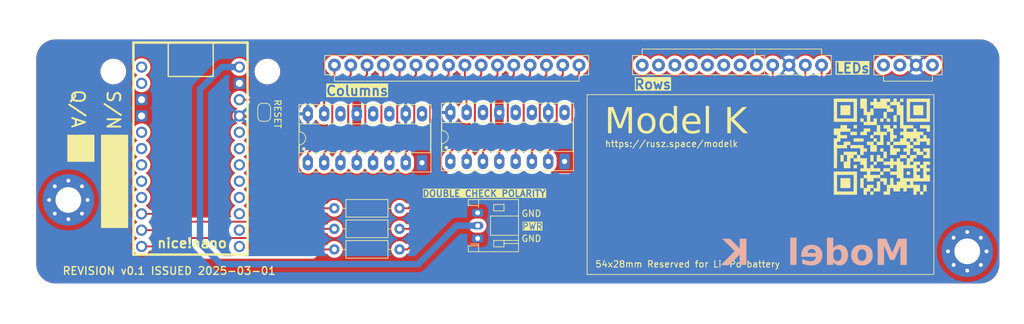
<source format=kicad_pcb>
(kicad_pcb (version 20241229) (generator "pcbnew") (generator_version "9.0")
  (title_block (title "Model H") (date "2025-03-01") (rev "v0.1"))
  (layers (0 "F.Cu" signal) (4 "In1.Cu" power) (6 "In2.Cu" power) (2 "B.Cu" mixed) (13 "F.Paste" user) (15 "B.Paste" user) (5 "F.SilkS" user "F.Silkscreen") (7 "B.SilkS" user "B.Silkscreen") (1 "F.Mask" user) (3 "B.Mask" user) (25 "Edge.Cuts" user))
  (net 0 "")
  (net 1 "GND")
  (net 2 "col15")
  (net 3 "col14")
  (net 4 "col13")
  (net 5 "col12")
  (net 6 "col11")
  (net 7 "col10")
  (net 8 "col9")
  (net 9 "col8")
  (net 10 "col7")
  (net 11 "col6")
  (net 12 "col5")
  (net 13 "col4")
  (net 14 "col3")
  (net 15 "col2")
  (net 16 "col1")
  (net 17 "col0")
  (net 18 "row7")
  (net 19 "row6")
  (net 20 "row5")
  (net 21 "row4")
  (net 22 "row3")
  (net 23 "row2")
  (net 24 "row1")
  (net 25 "row0")
  (net 26 "led0")
  (net 27 "led1")
  (net 28 "led2")
  (net 29 "Net-(J3-Pin_11)")
  (net 30 "Net-(J3-Pin_12)")
  (net 31 "Net-(J3-Pin_9)")
  (net 32 "+3.3V")
  (net 33 "Net-(JP5-A)")
  (net 34 "CS")
  (net 38 "SCLK")
  (net 40 "MOSI")
  (net 41 "Net-(U2-QH')")
  (net 43 "+BATT")
  (footprint "Resistor_THT:R_Axial_DIN0207_L6.3mm_D2.5mm_P10.16mm_Horizontal" (layer "F.Cu") (at 121.35 73.29 180)
    (property "Reference" "R9" (hide yes))
    (property "Value" "100")
    (pad "1" thru_hole circle (at 0 0 180) (size 1.6 1.6) (drill 0.8) (layers "*.Cu" "*.Mask") (net 31 "Net-(J3-Pin_9)"))
    (pad "2" thru_hole oval (at 10.16 0 180) (size 1.6 1.6) (drill 0.8) (layers "*.Cu" "*.Mask") (net 28 "led2"))
  )
  (footprint "Library:ModelH-triomate-leds4" (layer "F.Cu") (at 200.54 50.99)
    (property "Reference" "J4" (hide yes))
    (property "Value" "Conn_01x04")
    (pad "1" thru_hole circle (at -3.81 0) (size 2 2) (drill 1) (layers "*.Cu" "*.Mask") (net 30 "Net-(J3-Pin_12)"))
    (pad "2" thru_hole circle (at -1.27 0) (size 2 2) (drill 1) (layers "*.Cu" "*.Mask") (net 29 "Net-(J3-Pin_11)"))
    (pad "3" thru_hole circle (at 1.27 0) (size 2 2) (drill 1) (layers "*.Cu" "*.Mask") (net 32 "+3.3V"))
    (pad "4" thru_hole circle (at 3.81 0) (size 2 2) (drill 1) (layers "*.Cu" "*.Mask") (net 31 "Net-(J3-Pin_9)"))
  )
  (footprint "Library:ModelH-triomate-rows12" (layer "F.Cu") (at 173.12 49.99)
    (property "Reference" "J3" (hide yes))
    (property "Value" "Conn_01x12")
    (pad "1" thru_hole circle (at -13.97 1) (size 2 2) (drill 1) (layers "*.Cu" "*.Mask") (net 25 "row0"))
    (pad "2" thru_hole circle (at -11.43 1) (size 2 2) (drill 1) (layers "*.Cu" "*.Mask") (net 24 "row1"))
    (pad "3" thru_hole circle (at -8.89 1) (size 2 2) (drill 1) (layers "*.Cu" "*.Mask") (net 23 "row2"))
    (pad "4" thru_hole circle (at -6.35 1) (size 2 2) (drill 1) (layers "*.Cu" "*.Mask") (net 22 "row3"))
    (pad "5" thru_hole circle (at -3.81 1) (size 2 2) (drill 1) (layers "*.Cu" "*.Mask") (net 21 "row4"))
    (pad "6" thru_hole circle (at -1.27 1) (size 2 2) (drill 1) (layers "*.Cu" "*.Mask") (net 20 "row5"))
    (pad "7" thru_hole circle (at 1.27 1) (size 2 2) (drill 1) (layers "*.Cu" "*.Mask") (net 19 "row6"))
    (pad "8" thru_hole circle (at 3.81 1) (size 2 2) (drill 1) (layers "*.Cu" "*.Mask") (net 18 "row7"))
    (pad "9" thru_hole circle (at 6.35 1) (size 2 2) (drill 1) (layers "*.Cu" "*.Mask") (net 31 "Net-(J3-Pin_9)"))
    (pad "10" thru_hole circle (at 8.89 1) (size 2 2) (drill 1) (layers "*.Cu" "*.Mask") (net 32 "+3.3V"))
    (pad "11" thru_hole circle (at 11.43 1) (size 2 2) (drill 1) (layers "*.Cu" "*.Mask") (net 29 "Net-(J3-Pin_11)"))
    (pad "12" thru_hole circle (at 13.97 1) (size 2 2) (drill 1) (layers "*.Cu" "*.Mask") (net 30 "Net-(J3-Pin_12)"))
  )
  (footprint "Library:Hole 3.5mm" (layer "F.Cu") (at 76.77 51.99 90)
    (property "Reference" "H3" (hide yes))
    (property "Value" "Front" (hide yes))
    (pad "" np_thru_hole circle (at 0 0 90) (size 3.5 3.5) (drill 3.5) (layers "*.Cu" "*.Mask"))
  )
  (footprint "Jumper:SolderJumper-2_P1.3mm_Open_RoundedPad1.0x1.5mm" (layer "F.Cu") (at 100.27 58.34 -90)
    (property "Reference" "JP5" (hide yes))
    (property "Value" "Reset jumper")
    (pad "1" smd custom (at -0.65 0 270) (size 1 0.5) (layers "F.Cu" "F.Mask") (net 33 "Net-(JP5-A)") (options (clearance outline) (anchor rect)) (primitives (gr_circle (center 0 0.25) (end 0.5 0.25) (width 0) (fill yes)) (gr_circle (center 0 -0.25) (end 0.5 -0.25) (width 0) (fill yes)) (gr_poly (pts (xy 0.5 0.75) (xy 0 0.75) (xy 0 -0.75) (xy 0.5 -0.75)) (width 0) (fill yes))))
    (pad "2" smd custom (at 0.65 0 270) (size 1 0.5) (layers "F.Cu" "F.Mask") (net 32 "+3.3V") (options (clearance outline) (anchor rect)) (primitives (gr_circle (center 0 0.25) (end 0.5 0.25) (width 0) (fill yes)) (gr_circle (center 0 -0.25) (end 0.5 -0.25) (width 0) (fill yes)) (gr_poly (pts (xy 0 0.75) (xy -0.5 0.75) (xy -0.5 -0.75) (xy 0 -0.75)) (width 0) (fill yes))))
  )
  (footprint "MountingHole:MountingHole_4mm_Pad_Via" (layer "F.Cu") (at 209.77 79.99)
    (property "Reference" "H1" (hide yes))
    (property "Value" "Stand")
    (pad "1" thru_hole circle (at -3 0) (size 0.9 0.9) (drill 0.6) (layers "*.Cu" "*.Mask") (net 1 "GND"))
    (pad "1" thru_hole circle (at -2.12132 -2.12132) (size 0.9 0.9) (drill 0.6) (layers "*.Cu" "*.Mask") (net 1 "GND"))
    (pad "1" thru_hole circle (at -2.12132 2.12132) (size 0.9 0.9) (drill 0.6) (layers "*.Cu" "*.Mask") (net 1 "GND"))
    (pad "1" thru_hole circle (at 0 -3) (size 0.9 0.9) (drill 0.6) (layers "*.Cu" "*.Mask") (net 1 "GND"))
    (pad "1" thru_hole circle (at 0 0) (size 8 8) (drill 4) (layers "*.Cu" "*.Mask") (net 1 "GND"))
    (pad "1" thru_hole circle (at 0 3) (size 0.9 0.9) (drill 0.6) (layers "*.Cu" "*.Mask") (net 1 "GND"))
    (pad "1" thru_hole circle (at 2.12132 -2.12132) (size 0.9 0.9) (drill 0.6) (layers "*.Cu" "*.Mask") (net 1 "GND"))
    (pad "1" thru_hole circle (at 2.12132 2.12132) (size 0.9 0.9) (drill 0.6) (layers "*.Cu" "*.Mask") (net 1 "GND"))
    (pad "1" thru_hole circle (at 3 0) (size 0.9 0.9) (drill 0.6) (layers "*.Cu" "*.Mask") (net 1 "GND"))
  )
  (footprint "Resistor_THT:R_Axial_DIN0207_L6.3mm_D2.5mm_P10.16mm_Horizontal" (layer "F.Cu") (at 121.35 76.49 180)
    (property "Reference" "R8" (hide yes))
    (property "Value" "100")
    (pad "1" thru_hole circle (at 0 0 180) (size 1.6 1.6) (drill 0.8) (layers "*.Cu" "*.Mask") (net 29 "Net-(J3-Pin_11)"))
    (pad "2" thru_hole oval (at 10.16 0 180) (size 1.6 1.6) (drill 0.8) (layers "*.Cu" "*.Mask") (net 27 "led1"))
  )
  (footprint "MountingHole:MountingHole_4mm_Pad_Via" (layer "F.Cu") (at 69.77 71.99)
    (property "Reference" "H2" (hide yes))
    (property "Value" "Stand")
    (pad "1" thru_hole circle (at -3 0) (size 0.9 0.9) (drill 0.6) (layers "*.Cu" "*.Mask") (net 1 "GND"))
    (pad "1" thru_hole circle (at -2.12132 -2.12132) (size 0.9 0.9) (drill 0.6) (layers "*.Cu" "*.Mask") (net 1 "GND"))
    (pad "1" thru_hole circle (at -2.12132 2.12132) (size 0.9 0.9) (drill 0.6) (layers "*.Cu" "*.Mask") (net 1 "GND"))
    (pad "1" thru_hole circle (at 0 -3) (size 0.9 0.9) (drill 0.6) (layers "*.Cu" "*.Mask") (net 1 "GND"))
    (pad "1" thru_hole circle (at 0 0) (size 8 8) (drill 4) (layers "*.Cu" "*.Mask") (net 1 "GND"))
    (pad "1" thru_hole circle (at 0 3) (size 0.9 0.9) (drill 0.6) (layers "*.Cu" "*.Mask") (net 1 "GND"))
    (pad "1" thru_hole circle (at 2.12132 -2.12132) (size 0.9 0.9) (drill 0.6) (layers "*.Cu" "*.Mask") (net 1 "GND"))
    (pad "1" thru_hole circle (at 2.12132 2.12132) (size 0.9 0.9) (drill 0.6) (layers "*.Cu" "*.Mask") (net 1 "GND"))
    (pad "1" thru_hole circle (at 3 0) (size 0.9 0.9) (drill 0.6) (layers "*.Cu" "*.Mask") (net 1 "GND"))
  )
  (footprint "PCM_Package_DIP_AKL:DIP-16_W7.62mm_Socket_LongPads" (layer "F.Cu") (at 107.07 66.19 90)
    (property "Reference" "U2" (hide yes))
    (property "Value" "74HC595" (hide yes))
    (pad "1" thru_hole oval (at 0 0 90) (size 2.4 1.6) (drill 0.8) (layers "*.Cu" "*.Mask") (net 16 "col1"))
    (pad "2" thru_hole oval (at 0 2.54 90) (size 2.4 1.6) (drill 0.8) (layers "*.Cu" "*.Mask") (net 15 "col2"))
    (pad "3" thru_hole oval (at 0 5.08 90) (size 2.4 1.6) (drill 0.8) (layers "*.Cu" "*.Mask") (net 14 "col3"))
    (pad "4" thru_hole oval (at 0 7.62 90) (size 2.4 1.6) (drill 0.8) (layers "*.Cu" "*.Mask") (net 13 "col4"))
    (pad "5" thru_hole oval (at 0 10.16 90) (size 2.4 1.6) (drill 0.8) (layers "*.Cu" "*.Mask") (net 12 "col5"))
    (pad "6" thru_hole oval (at 0 12.7 90) (size 2.4 1.6) (drill 0.8) (layers "*.Cu" "*.Mask") (net 11 "col6"))
    (pad "7" thru_hole oval (at 0 15.24 90) (size 2.4 1.6) (drill 0.8) (layers "*.Cu" "*.Mask") (net 10 "col7"))
    (pad "8" thru_hole roundrect (at 0 17.78 90) (size 2.4 1.6) (drill 0.8) (layers "*.Cu" "*.Mask") (roundrect_rratio 0.15625) (net 1 "GND"))
    (pad "9" thru_hole oval (at 7.62 17.78 90) (size 2.4 1.6) (drill 0.8) (layers "*.Cu" "*.Mask") (net 41 "Net-(U2-QH')"))
    (pad "10" thru_hole oval (at 7.62 15.24 90) (size 2.4 1.6) (drill 0.8) (layers "*.Cu" "*.Mask") (net 32 "+3.3V"))
    (pad "11" thru_hole oval (at 7.62 12.7 90) (size 2.4 1.6) (drill 0.8) (layers "*.Cu" "*.Mask") (net 38 "SCLK"))
    (pad "12" thru_hole oval (at 7.62 10.16 90) (size 2.4 1.6) (drill 0.8) (layers "*.Cu" "*.Mask") (net 34 "CS"))
    (pad "13" thru_hole oval (at 7.62 7.62 90) (size 2.4 1.6) (drill 0.8) (layers "*.Cu" "*.Mask") (net 1 "GND"))
    (pad "14" thru_hole oval (at 7.62 5.08 90) (size 2.4 1.6) (drill 0.8) (layers "*.Cu" "*.Mask") (net 40 "MOSI"))
    (pad "15" thru_hole oval (at 7.62 2.54 90) (size 2.4 1.6) (drill 0.8) (layers "*.Cu" "*.Mask") (net 17 "col0"))
    (pad "16" thru_hole oval (at 7.62 0 90) (size 2.4 1.6) (drill 0.8) (layers "*.Cu" "*.Mask") (net 32 "+3.3V"))
  )
  (footprint "Resistor_THT:R_Axial_DIN0207_L6.3mm_D2.5mm_P10.16mm_Horizontal" (layer "F.Cu") (at 121.35 79.69 180)
    (property "Reference" "R7" (hide yes))
    (property "Value" "100")
    (pad "1" thru_hole circle (at 0 0 180) (size 1.6 1.6) (drill 0.8) (layers "*.Cu" "*.Mask") (net 30 "Net-(J3-Pin_12)"))
    (pad "2" thru_hole oval (at 10.16 0 180) (size 1.6 1.6) (drill 0.8) (layers "*.Cu" "*.Mask") (net 26 "led0"))
  )
  (footprint "Connector_JST:JST_PH_S3B-PH-K_1x03_P2.00mm_Horizontal" (layer "F.Cu") (at 133.52 77.99 90)
    (property "Reference" "J1" (hide yes))
    (property "Value" "Battery Conn")
    (pad "1" thru_hole roundrect (at 0 0 90) (size 1.2 1.75) (drill 0.75) (layers "*.Cu" "*.Mask") (roundrect_rratio 0.208333) (net 1 "GND"))
    (pad "2" thru_hole oval (at 2 0 90) (size 1.2 1.75) (drill 0.75) (layers "*.Cu" "*.Mask") (net 43 "+BATT"))
    (pad "3" thru_hole roundrect (at 4 0 90) (size 1.2 1.75) (drill 0.75) (layers "*.Cu" "*.Mask") (roundrect_rratio 0.2083333333) (net 1 "GND"))
  )
  (footprint "Library:Hole 3.5mm" (layer "F.Cu") (at 100.77 51.99 90)
    (property "Reference" "H4" (hide yes))
    (property "Value" "Front" (hide yes))
    (pad "" np_thru_hole circle (at 0 0 90) (size 3.5 3.5) (drill 3.5) (layers "*.Cu" "*.Mask"))
  )
  (footprint "Library:qr" (layer "F.Cu") (at 196.47 63.69)
    (property "Reference" "G***" (hide yes))
    (property "Value" "LOGO" (hide yes))
  )
  (footprint "Library:nice_nano" (layer "F.Cu") (at 88.827191 64.76)
    (property "Reference" "U1" (hide yes))
    (property "Value" "nice_nano" (hide yes))
    (fp_text user "nice!nano" (at 0.216809 13.962 0) (layer "F.SilkS") (effects (font (size 1.5 1.5) (thickness 0.3))))
    (pad "2" thru_hole circle (at -7.657191 -13.47 270) (size 1.7526 1.7526) (drill 1.0922) (layers "*.Cu" "*.Mask") (net 38 "SCLK"))
    (pad "3" thru_hole circle (at -7.657191 -10.93 270) (size 1.7526 1.7526) (drill 1.0922) (layers "*.Cu" "*.Mask") (net 34 "CS"))
    (pad "4" thru_hole roundrect (at -7.657191 -8.39 270) (size 1.7526 1.7526) (drill 1.0922) (layers "*.Cu" "*.Mask") (roundrect_rratio 0.1426452128) (net 1 "GND"))
    (pad "5" thru_hole roundrect (at -7.657191 -5.85 270) (size 1.7526 1.7526) (drill 1.0922) (layers "*.Cu" "*.Mask") (roundrect_rratio 0.1426452128) (net 1 "GND"))
    (pad "6" thru_hole circle (at -7.657191 -3.31 270) (size 1.7526 1.7526) (drill 1.0922) (layers "*.Cu" "*.Mask") (net 40 "MOSI"))
    (pad "7" thru_hole circle (at -7.657191 -0.77 270) (size 1.7526 1.7526) (drill 1.0922) (layers "*.Cu" "*.Mask"))
    (pad "8" thru_hole circle (at -7.657191 1.77 270) (size 1.7526 1.7526) (drill 1.0922) (layers "*.Cu" "*.Mask"))
    (pad "9" thru_hole circle (at -7.657191 4.31 270) (size 1.7526 1.7526) (drill 1.0922) (layers "*.Cu" "*.Mask"))
    (pad "10" thru_hole circle (at -7.657191 6.85 270) (size 1.7526 1.7526) (drill 1.0922) (layers "*.Cu" "*.Mask"))
    (pad "11" thru_hole circle (at -7.657191 9.39 270) (size 1.7526 1.7526) (drill 1.0922) (layers "*.Cu" "*.Mask") (net 28 "led2"))
    (pad "12" thru_hole circle (at -7.657191 11.93 270) (size 1.7526 1.7526) (drill 1.0922) (layers "*.Cu" "*.Mask") (net 27 "led1"))
    (pad "13" thru_hole circle (at -7.657191 14.47 270) (size 1.7526 1.7526) (drill 1.0922) (layers "*.Cu" "*.Mask") (net 26 "led0"))
    (pad "15" thru_hole circle (at 7.582809 -13.47 270) (size 1.7526 1.7526) (drill 1.0922) (layers "*.Cu" "*.Mask") (net 43 "+BATT"))
    (pad "16" thru_hole roundrect (at 7.582809 -10.93 270) (size 1.7526 1.7526) (drill 1.0922) (layers "*.Cu" "*.Mask") (roundrect_rratio 0.1426452128) (net 1 "GND"))
    (pad "17" thru_hole circle (at 7.582809 -8.39 270) (size 1.7526 1.7526) (drill 1.0922) (layers "*.Cu" "*.Mask") (net 33 "Net-(JP5-A)"))
    (pad "18" thru_hole circle (at 7.582809 -5.85 270) (size 1.7526 1.7526) (drill 1.0922) (layers "*.Cu" "*.Mask") (net 32 "+3.3V") (clearance 0.2))
    (pad "19" thru_hole circle (at 7.582809 -3.31 270) (size 1.7526 1.7526) (drill 1.0922) (layers "*.Cu" "*.Mask") (net 25 "row0"))
    (pad "20" thru_hole circle (at 7.582809 -0.77 270) (size 1.7526 1.7526) (drill 1.0922) (layers "*.Cu" "*.Mask") (net 24 "row1"))
    (pad "21" thru_hole circle (at 7.582809 1.77 270) (size 1.7526 1.7526) (drill 1.0922) (layers "*.Cu" "*.Mask") (net 23 "row2"))
    (pad "22" thru_hole circle (at 7.582809 4.31 270) (size 1.7526 1.7526) (drill 1.0922) (layers "*.Cu" "*.Mask") (net 22 "row3"))
    (pad "23" thru_hole circle (at 7.582809 6.85 270) (size 1.7526 1.7526) (drill 1.0922) (layers "*.Cu" "*.Mask") (net 21 "row4"))
    (pad "24" thru_hole circle (at 7.582809 9.39 270) (size 1.7526 1.7526) (drill 1.0922) (layers "*.Cu" "*.Mask") (net 20 "row5"))
    (pad "25" thru_hole circle (at 7.582809 11.93 270) (size 1.7526 1.7526) (drill 1.0922) (layers "*.Cu" "*.Mask") (net 19 "row6"))
    (pad "26" thru_hole circle (at 7.582809 14.47 270) (size 1.7526 1.7526) (drill 1.0922) (layers "*.Cu" "*.Mask") (net 18 "row7"))
  )
  (footprint "Library:ModelH-triomate-cols16" (layer "F.Cu") (at 130.26 50.99)
    (property "Reference" "J2" (hide yes))
    (property "Value" "Conn_01x16")
    (pad "1" thru_hole circle (at -19.05 0) (size 2 2) (drill 1) (layers "*.Cu" "*.Mask") (net 17 "col0"))
    (pad "2" thru_hole circle (at -16.51 0) (size 2 2) (drill 1) (layers "*.Cu" "*.Mask") (net 16 "col1"))
    (pad "3" thru_hole circle (at -13.97 0) (size 2 2) (drill 1) (layers "*.Cu" "*.Mask") (net 15 "col2"))
    (pad "4" thru_hole circle (at -11.43 0) (size 2 2) (drill 1) (layers "*.Cu" "*.Mask") (net 14 "col3"))
    (pad "5" thru_hole circle (at -8.89 0) (size 2 2) (drill 1) (layers "*.Cu" "*.Mask") (net 13 "col4"))
    (pad "6" thru_hole circle (at -6.35 0) (size 2 2) (drill 1) (layers "*.Cu" "*.Mask") (net 12 "col5"))
    (pad "7" thru_hole circle (at -3.81 0) (size 2 2) (drill 1) (layers "*.Cu" "*.Mask") (net 11 "col6"))
    (pad "8" thru_hole circle (at -1.27 0) (size 2 2) (drill 1) (layers "*.Cu" "*.Mask") (net 10 "col7"))
    (pad "9" thru_hole circle (at 1.27 0) (size 2 2) (drill 1) (layers "*.Cu" "*.Mask") (net 9 "col8"))
    (pad "10" thru_hole circle (at 3.81 0) (size 2 2) (drill 1) (layers "*.Cu" "*.Mask") (net 8 "col9"))
    (pad "11" thru_hole circle (at 6.35 0) (size 2 2) (drill 1) (layers "*.Cu" "*.Mask") (net 7 "col10"))
    (pad "12" thru_hole circle (at 8.89 0) (size 2 2) (drill 1) (layers "*.Cu" "*.Mask") (net 6 "col11"))
    (pad "13" thru_hole circle (at 11.43 0) (size 2 2) (drill 1) (layers "*.Cu" "*.Mask") (net 5 "col12"))
    (pad "14" thru_hole circle (at 13.97 0) (size 2 2) (drill 1) (layers "*.Cu" "*.Mask") (net 4 "col13"))
    (pad "15" thru_hole circle (at 16.51 0) (size 2 2) (drill 1) (layers "*.Cu" "*.Mask") (net 3 "col14"))
    (pad "16" thru_hole circle (at 19.05 0) (size 2 2) (drill 1) (layers "*.Cu" "*.Mask") (net 2 "col15"))
  )
  (footprint "PCM_Package_DIP_AKL:DIP-16_W7.62mm_Socket_LongPads" (layer "F.Cu") (at 129.27 65.99 90)
    (property "Reference" "U3" (hide yes))
    (property "Value" "74HC595" (hide yes))
    (pad "1" thru_hole oval (at 0 0 90) (size 2.4 1.6) (drill 0.8) (layers "*.Cu" "*.Mask") (net 8 "col9"))
    (pad "2" thru_hole oval (at 0 2.54 90) (size 2.4 1.6) (drill 0.8) (layers "*.Cu" "*.Mask") (net 7 "col10"))
    (pad "3" thru_hole oval (at 0 5.08 90) (size 2.4 1.6) (drill 0.8) (layers "*.Cu" "*.Mask") (net 6 "col11"))
    (pad "4" thru_hole oval (at 0 7.62 90) (size 2.4 1.6) (drill 0.8) (layers "*.Cu" "*.Mask") (net 5 "col12"))
    (pad "5" thru_hole oval (at 0 10.16 90) (size 2.4 1.6) (drill 0.8) (layers "*.Cu" "*.Mask") (net 4 "col13"))
    (pad "6" thru_hole oval (at 0 12.7 90) (size 2.4 1.6) (drill 0.8) (layers "*.Cu" "*.Mask") (net 3 "col14"))
    (pad "7" thru_hole oval (at 0 15.24 90) (size 2.4 1.6) (drill 0.8) (layers "*.Cu" "*.Mask") (net 2 "col15"))
    (pad "8" thru_hole roundrect (at 0 17.78 90) (size 2.4 1.6) (drill 0.8) (layers "*.Cu" "*.Mask") (roundrect_rratio 0.15625) (net 1 "GND"))
    (pad "9" thru_hole oval (at 7.62 17.78 90) (size 2.4 1.6) (drill 0.8) (layers "*.Cu" "*.Mask"))
    (pad "10" thru_hole oval (at 7.62 15.24 90) (size 2.4 1.6) (drill 0.8) (layers "*.Cu" "*.Mask") (net 32 "+3.3V"))
    (pad "11" thru_hole oval (at 7.62 12.7 90) (size 2.4 1.6) (drill 0.8) (layers "*.Cu" "*.Mask") (net 38 "SCLK"))
    (pad "12" thru_hole oval (at 7.62 10.16 90) (size 2.4 1.6) (drill 0.8) (layers "*.Cu" "*.Mask") (net 34 "CS"))
    (pad "13" thru_hole oval (at 7.62 7.62 90) (size 2.4 1.6) (drill 0.8) (layers "*.Cu" "*.Mask") (net 1 "GND"))
    (pad "14" thru_hole oval (at 7.62 5.08 90) (size 2.4 1.6) (drill 0.8) (layers "*.Cu" "*.Mask") (net 41 "Net-(U2-QH')"))
    (pad "15" thru_hole oval (at 7.62 2.54 90) (size 2.4 1.6) (drill 0.8) (layers "*.Cu" "*.Mask") (net 9 "col8"))
    (pad "16" thru_hole oval (at 7.62 0 90) (size 2.4 1.6) (drill 0.8) (layers "*.Cu" "*.Mask") (net 32 "+3.3V"))
  )
  (gr_rect (start 74.92 61.89) (end 79.02 76.29) (stroke (width 0.12)) (fill yes) (layer "F.SilkS"))
  (gr_rect (start 69.67 61.89) (end 73.77 65.99) (stroke (width 0.12)) (fill yes) (layer "F.SilkS"))
  (gr_rect (start 150.57 55.59) (end 204.57 83.59) (stroke (width 0.12)) (fill no) (layer "F.SilkS"))
  (gr_line (start 64.77 81.99) (end 64.77 49.99) (stroke (width 0.001)) (layer "Edge.Cuts"))
  (gr_line (start 211.77 84.99) (end 67.77 84.99) (stroke (width 0.001)) (layer "Edge.Cuts"))
  (gr_line (start 67.77 46.99) (end 211.77 46.99) (stroke (width 0.001)) (layer "Edge.Cuts"))
  (gr_arc (start 211.77 46.99) (mid 213.89132 47.86868) (end 214.77 49.99) (stroke (width 0.001)) (layer "Edge.Cuts"))
  (gr_line (start 214.77 49.99) (end 214.77 81.99) (stroke (width 0.001)) (layer "Edge.Cuts"))
  (gr_arc (start 67.77 84.99) (mid 65.64868 84.11132) (end 64.77 81.99) (stroke (width 0.001)) (layer "Edge.Cuts"))
  (gr_arc (start 214.77 81.99) (mid 213.89132 84.11132) (end 211.77 84.99) (stroke (width 0.001)) (layer "Edge.Cuts"))
  (gr_arc (start 64.77 49.99) (mid 65.64868 47.86868) (end 67.77 46.99) (stroke (width 0.001)) (layer "Edge.Cuts"))
  (gr_text "Rows" (at 157.77 53.99 0) (layer "F.SilkS" knockout) (effects (font (size 1.5 1.5) (thickness 0.3)) (justify left)))
  (gr_text "Columns" (at 109.77 54.99 0) (layer "F.SilkS" knockout) (effects (font (size 1.5 1.5) (thickness 0.3)) (justify left)))
  (gr_text "54x28mm Reserved for Li-Po battery" (at 151.77 81.99 0) (layer "F.SilkS") (effects (font (size 1 1)) (justify left)))
  (gr_text "GND" (at 140.27 74.69 0) (layer "F.SilkS") (effects (font (size 1 1)) (justify left bottom)))
  (gr_text "DOUBLE CHECK POLARITY" (at 134.52 70.99 0) (layer "F.SilkS" knockout) (effects (font (size 1 1) (thickness 0.2) (bold yes))))
  (gr_text "S/N" (at 76.77 57.99 270) (layer "F.SilkS") (effects (font (size 2 2) (thickness 0.3))))
  (gr_text "RESET" (at 101.77 56.24 270) (layer "F.SilkS") (effects (font (size 1 1)) (justify left bottom)))
  (gr_text "https://rusz.space/modelk" (at 153.27 63.24 0) (layer "F.SilkS") (effects (font (size 1 1)) (justify left)))
  (gr_text "Model K" (at 153.27 59.93 0) (layer "F.SilkS") (effects (font (size 4 4) (thickness 0.3)) (justify left)))
  (gr_text "Q/A" (at 71.27 57.79 270) (layer "F.SilkS") (effects (font (size 2 2) (thickness 0.3))))
  (gr_text "PWR" (at 140.37 76.69 0) (layer "F.SilkS" knockout) (effects (font (size 1 1)) (justify left bottom)))
  (gr_text "REVISION ${REVISION} ISSUED ${ISSUE_DATE}" (at 68.77 83.74 0) (layer "F.SilkS") (effects (font (size 1.2 1.2) (thickness 0.2) (bold yes)) (justify left bottom)))
  (gr_text "LEDs" (at 189.02 51.49 0) (layer "F.SilkS" knockout) (effects (font (size 1.5 1.5) (thickness 0.3)) (justify left)))
  (gr_text "GND" (at 140.27 78.59 0) (layer "F.SilkS") (effects (font (size 1 1)) (justify left bottom)))
  (gr_text "Model   K" (at 200.87 82.79 0) (layer "B.SilkS") (effects (font (size 4 4) (thickness 0.3) (bold yes)) (justify left bottom mirror)))
  (segment (start 148.27 53.505093) (end 148.27 60.74) (width 0.3) (layer "F.Cu") (net 2))
  (segment (start 148.27 60.74) (end 144.51 64.5) (width 0.3) (layer "F.Cu") (net 2))
  (segment (start 144.51 64.5) (end 144.51 65.99) (width 0.3) (layer "F.Cu") (net 2))
  (segment (start 149.31 50.99) (end 149.31 52.465093) (width 0.3) (layer "F.Cu") (net 2))
  (segment (start 149.31 52.465093) (end 148.27 53.505093) (width 0.3) (layer "F.Cu") (net 2))
  (segment (start 146.77 50.99) (end 146.77 52.51914) (width 0.3) (layer "F.Cu") (net 3))
  (segment (start 141.97 64.29) (end 141.97 65.99) (width 0.3) (layer "F.Cu") (net 3))
  (segment (start 145.835713 53.453427) (end 145.835713 60.424287) (width 0.3) (layer "F.Cu") (net 3))
  (segment (start 145.835713 60.424287) (end 141.97 64.29) (width 0.3) (layer "F.Cu") (net 3))
  (segment (start 146.77 52.51914) (end 145.835713 53.453427) (width 0.3) (layer "F.Cu") (net 3))
  (segment (start 144.23 50.99) (end 144.23 52.503605) (width 0.3) (layer "F.Cu") (net 4))
  (segment (start 139.43 64.33) (end 139.43 65.99) (width 0.3) (layer "F.Cu") (net 4))
  (segment (start 143.190478 60.569522) (end 139.43 64.33) (width 0.3) (layer "F.Cu") (net 4))
  (segment (start 144.23 52.503605) (end 143.190478 53.543127) (width 0.3) (layer "F.Cu") (net 4))
  (segment (start 143.190478 53.543127) (end 143.190478 60.569522) (width 0.3) (layer "F.Cu") (net 4))
  (segment (start 140.69 60.57) (end 136.89 64.37) (width 0.3) (layer "F.Cu") (net 5))
  (segment (start 141.69 50.99) (end 141.69 52.538676) (width 0.3) (layer "F.Cu") (net 5))
  (segment (start 140.69 53.538676) (end 140.69 60.57) (width 0.3) (layer "F.Cu") (net 5))
  (segment (start 136.89 64.37) (end 136.89 65.99) (width 0.3) (layer "F.Cu") (net 5))
  (segment (start 141.69 52.538676) (end 140.69 53.538676) (width 0.3) (layer "F.Cu") (net 5))
  (segment (start 138.211211 60.548789) (end 134.35 64.41) (width 0.3) (layer "F.Cu") (net 6))
  (segment (start 138.211211 53.455605) (end 138.211211 60.548789) (width 0.3) (layer "F.Cu") (net 6))
  (segment (start 139.15 50.99) (end 139.15 52.516816) (width 0.3) (layer "F.Cu") (net 6))
  (segment (start 139.15 52.516816) (end 138.211211 53.455605) (width 0.3) (layer "F.Cu") (net 6))
  (segment (start 134.35 64.41) (end 134.35 65.99) (width 0.3) (layer "F.Cu") (net 6))
  (segment (start 135.584837 53.53277) (end 135.584837 60.675163) (width 0.3) (layer "F.Cu") (net 7))
  (segment (start 131.81 64.45) (end 131.81 65.99) (width 0.3) (layer "F.Cu") (net 7))
  (segment (start 136.61 52.507607) (end 135.584837 53.53277) (width 0.3) (layer "F.Cu") (net 7))
  (segment (start 136.61 50.99) (end 136.61 52.507607) (width 0.3) (layer "F.Cu") (net 7))
  (segment (start 135.584837 60.675163) (end 131.81 64.45) (width 0.3) (layer "F.Cu") (net 7))
  (segment (start 134.07 52.504724) (end 133.085773 53.488951) (width 0.3) (layer "F.Cu") (net 8))
  (segment (start 129.27 64.49) (end 129.27 65.99) (width 0.3) (layer "F.Cu") (net 8))
  (segment (start 133.085773 60.674227) (end 129.27 64.49) (width 0.3) (layer "F.Cu") (net 8))
  (segment (start 133.085773 53.488951) (end 133.085773 60.674227) (width 0.3) (layer "F.Cu") (net 8))
  (segment (start 134.07 50.99) (end 134.07 52.504724) (width 0.3) (layer "F.Cu") (net 8))
  (segment (start 131.52 51) (end 131.52 54.74) (width 0.3) (layer "F.Cu") (net 9))
  (segment (start 131.77 54.99) (end 131.77 58.33) (width 0.3) (layer "F.Cu") (net 9))
  (segment (start 131.53 50.99) (end 131.52 51) (width 0.3) (layer "F.Cu") (net 9))
  (segment (start 131.52 54.74) (end 131.77 54.99) (width 0.3) (layer "F.Cu") (net 9))
  (segment (start 131.77 58.33) (end 131.81 58.37) (width 0.3) (layer "F.Cu") (net 9))
  (segment (start 126.133 55.346897) (end 126.133 60.752) (width 0.3) (layer "F.Cu") (net 10))
  (segment (start 122.31 64.575) (end 122.31 66.19) (width 0.3) (layer "F.Cu") (net 10))
  (segment (start 126.133 60.752) (end 122.31 64.575) (width 0.3) (layer "F.Cu") (net 10))
  (segment (start 128.99 52.489897) (end 126.133 55.346897) (width 0.3) (layer "F.Cu") (net 10))
  (segment (start 128.99 50.99) (end 128.99 52.489897) (width 0.3) (layer "F.Cu") (net 10))
  (segment (start 119.77 64.74) (end 119.77 66.19) (width 0.3) (layer "F.Cu") (net 11))
  (segment (start 126.45 52.507718) (end 123.641112 55.316606) (width 0.3) (layer "F.Cu") (net 11))
  (segment (start 126.45 50.99) (end 126.45 52.507718) (width 0.3) (layer "F.Cu") (net 11))
  (segment (start 123.641112 60.868888) (end 119.77 64.74) (width 0.3) (layer "F.Cu") (net 11))
  (segment (start 123.641112 55.316606) (end 123.641112 60.868888) (width 0.3) (layer "F.Cu") (net 11))
  (segment (start 123.91 52.514557) (end 120.993047 55.43151) (width 0.3) (layer "F.Cu") (net 12))
  (segment (start 120.993047 61.016953) (end 117.23 64.78) (width 0.3) (layer "F.Cu") (net 12))
  (segment (start 120.993047 55.43151) (end 120.993047 61.016953) (width 0.3) (layer "F.Cu") (net 12))
  (segment (start 117.23 64.78) (end 117.23 66.19) (width 0.3) (layer "F.Cu") (net 12))
  (segment (start 123.91 50.99) (end 123.91 52.514557) (width 0.3) (layer "F.Cu") (net 12))
  (segment (start 118.52831 55.48169) (end 118.52831 60.73169) (width 0.3) (layer "F.Cu") (net 13))
  (segment (start 121.37 50.99) (end 121.37 52.64) (width 0.3) (layer "F.Cu") (net 13))
  (segment (start 114.69 64.57) (end 114.69 66.19) (width 0.3) (layer "F.Cu") (net 13))
  (segment (start 118.52831 60.73169) (end 114.69 64.57) (width 0.3) (layer "F.Cu") (net 13))
  (segment (start 121.37 52.64) (end 118.52831 55.48169) (width 0.3) (layer "F.Cu") (net 13))
  (segment (start 118.83 50.99) (end 118.83 52.68) (width 0.3) (layer "F.Cu") (net 14))
  (segment (start 116.022834 60.737166) (end 112.15 64.61) (width 0.3) (layer "F.Cu") (net 14))
  (segment (start 112.15 64.61) (end 112.15 66.19) (width 0.3) (layer "F.Cu") (net 14))
  (segment (start 116.022834 55.487166) (end 116.022834 60.737166) (width 0.3) (layer "F.Cu") (net 14))
  (segment (start 118.83 52.68) (end 116.022834 55.487166) (width 0.3) (layer "F.Cu") (net 14))
  (segment (start 113.361189 60.898811) (end 109.61 64.65) (width 0.3) (layer "F.Cu") (net 15))
  (segment (start 116.29 50.99) (end 116.29 52.47) (width 0.3) (layer "F.Cu") (net 15))
  (segment (start 109.61 64.65) (end 109.61 66.19) (width 0.3) (layer "F.Cu") (net 15))
  (segment (start 113.361189 55.398811) (end 113.361189 60.898811) (width 0.3) (layer "F.Cu") (net 15))
  (segment (start 116.29 52.47) (end 113.361189 55.398811) (width 0.3) (layer "F.Cu") (net 15))
  (segment (start 113.75 50.99) (end 113.75 52.51) (width 0.3) (layer "F.Cu") (net 16))
  (segment (start 110.876083 60.883917) (end 107.07 64.69) (width 0.3) (layer "F.Cu") (net 16))
  (segment (start 107.07 64.69) (end 107.07 66.19) (width 0.3) (layer "F.Cu") (net 16))
  (segment (start 113.75 52.51) (end 110.876083 55.383917) (width 0.3) (layer "F.Cu") (net 16))
  (segment (start 110.876083 55.383917) (end 110.876083 60.883917) (width 0.3) (layer "F.Cu") (net 16))
  (segment (start 111.21 52.55) (end 111.21 50.99) (width 0.3) (layer "F.Cu") (net 17))
  (segment (start 109.61 54.15) (end 111.21 52.55) (width 0.3) (layer "F.Cu") (net 17))
  (segment (start 109.61 58.57) (end 109.61 54.15) (width 0.3) (layer "F.Cu") (net 17))
  (segment (start 107.770001 80.489999) (end 108.57 79.69) (width 0.3) (layer "F.Cu") (net 26))
  (segment (start 83.26 79.23) (end 84.519999 80.489999) (width 0.3) (layer "F.Cu") (net 26))
  (segment (start 81.17 79.23) (end 83.26 79.23) (width 0.3) (layer "F.Cu") (net 26))
  (segment (start 108.57 79.69) (end 111.19 79.69) (width 0.3) (layer "F.Cu") (net 26))
  (segment (start 84.519999 80.489999) (end 107.770001 80.489999) (width 0.3) (layer "F.Cu") (net 26))
  (segment (start 81.17 76.69) (end 83.345 76.69) (width 0.3) (layer "F.Cu") (net 27))
  (segment (start 84.5723 77.9173) (end 107.0927 77.9173) (width 0.3) (layer "F.Cu") (net 27))
  (segment (start 108.52 76.49) (end 111.19 76.49) (width 0.3) (layer "F.Cu") (net 27))
  (segment (start 107.0927 77.9173) (end 108.52 76.49) (width 0.3) (layer "F.Cu") (net 27))
  (segment (start 83.345 76.69) (end 84.5723 77.9173) (width 0.3) (layer "F.Cu") (net 27))
  (segment (start 83.43 74.15) (end 84.6573 75.3773) (width 0.3) (layer "F.Cu") (net 28))
  (segment (start 84.6573 75.3773) (end 106.1177 75.3773) (width 0.3) (layer "F.Cu") (net 28))
  (segment (start 108.205 73.29) (end 111.19 73.29) (width 0.3) (layer "F.Cu") (net 28))
  (segment (start 106.1177 75.3773) (end 108.205 73.29) (width 0.3) (layer "F.Cu") (net 28))
  (segment (start 81.17 74.15) (end 83.43 74.15) (width 0.3) (layer "F.Cu") (net 28))
  (segment (start 184.55 55.21) (end 184.55 50.99) (width 0.3) (layer "F.Cu") (net 29))
  (segment (start 121.35 76.49) (end 122.794415 76.49) (width 0.3) (layer "F.Cu") (net 29))
  (segment (start 170.27 69.49) (end 184.55 55.21) (width 0.3) (layer "F.Cu") (net 29))
  (segment (start 129.794415 69.49) (end 170.27 69.49) (width 0.3) (layer "F.Cu") (net 29))
  (segment (start 122.794415 76.49) (end 129.794415 69.49) (width 0.3) (layer "F.Cu") (net 29))
  (segment (start 122.582137 79.69) (end 131.782137 70.49) (width 0.3) (layer "F.Cu") (net 30))
  (segment (start 170.52 70.49) (end 187.09 53.92) (width 0.3) (layer "F.Cu") (net 30))
  (segment (start 187.09 53.92) (end 187.09 50.99) (width 0.3) (layer "F.Cu") (net 30))
  (segment (start 131.782137 70.49) (end 170.52 70.49) (width 0.3) (layer "F.Cu") (net 30))
  (segment (start 121.35 79.69) (end 122.582137 79.69) (width 0.3) (layer "F.Cu") (net 30))
  (segment (start 121.35 73.29) (end 122.72 73.29) (width 0.3) (layer "F.Cu") (net 31))
  (segment (start 170.02 68.49) (end 179.47 59.04) (width 0.3) (layer "F.Cu") (net 31))
  (segment (start 122.72 73.29) (end 127.52 68.49) (width 0.3) (layer "F.Cu") (net 31))
  (segment (start 179.47 59.04) (end 179.47 50.99) (width 0.3) (layer "F.Cu") (net 31))
  (segment (start 127.52 68.49) (end 170.02 68.49) (width 0.3) (layer "F.Cu") (net 31))
  (segment (start 100.27 58.99) (end 96.49 58.99) (width 0.5) (layer "F.Cu") (net 32))
  (segment (start 96.49 58.99) (end 96.41 58.91) (width 0.5) (layer "F.Cu") (net 32))
  (segment (start 100.27 57.69) (end 100.27 56.99) (width 0.3) (layer "F.Cu") (net 33))
  (segment (start 100.27 56.99) (end 99.65 56.37) (width 0.3) (layer "F.Cu") (net 33))
  (segment (start 99.65 56.37) (end 96.41 56.37) (width 0.3) (layer "F.Cu") (net 33))
  (segment (start 130.27 75.99) (end 124.27 81.99) (width 1) (layer "B.Cu") (net 43))
  (segment (start 90.27 54.74) (end 93.72 51.29) (width 1) (layer "B.Cu") (net 43))
  (segment (start 93.52 81.99) (end 90.27 78.74) (width 1) (layer "B.Cu") (net 43))
  (segment (start 90.27 78.74) (end 90.27 54.74) (width 1) (layer "B.Cu") (net 43))
  (segment (start 93.72 51.29) (end 96.41 51.29) (width 1) (layer "B.Cu") (net 43))
  (segment (start 130.27 75.99) (end 128.77 77.49) (width 1) (layer "B.Cu") (net 43))
  (segment (start 124.27 81.99) (end 93.52 81.99) (width 1) (layer "B.Cu") (net 43))
  (segment (start 133.52 75.99) (end 130.27 75.99) (width 1) (layer "B.Cu") (net 43))
  (zone (net 1) (net_name "GND") (layer "F.Cu") (connect_pads yes (clearance 0.5)) (min_thickness 0.25) (fill yes (thermal_gap 0.5) (thermal_bridge_width 0.5))
    (polygon (pts (xy 59.123417 40.846753) (xy 59.123417 85.846753) (xy 215.923417 87.646753) (xy 215.923417 43.046753) (xy 59.323417 40.846753)))
  )
  (zone (net 32) (net_name "+3.3V") (layer "B.Cu") (connect_pads (clearance 0.75)) (min_thickness 0.25) (fill yes (thermal_gap 0.5) (thermal_bridge_width 0.5))
    (polygon (pts (xy 61.828085 44.491305) (xy 61.828085 89.491305) (xy 218.628085 91.291305) (xy 218.628085 46.691305) (xy 62.028085 44.491305)))
  )
)
</source>
